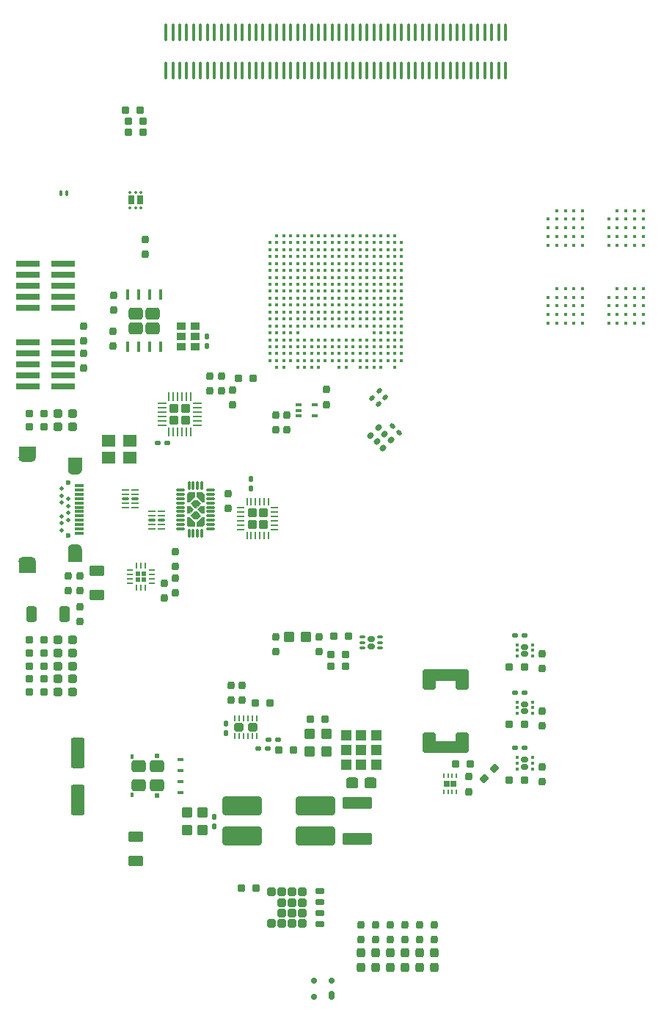
<source format=gtp>
%TF.GenerationSoftware,KiCad,Pcbnew,8.0.3*%
%TF.CreationDate,2024-06-14T08:49:55-07:00*%
%TF.ProjectId,squishy-main,73717569-7368-4792-9d6d-61696e2e6b69,2*%
%TF.SameCoordinates,PXb3c4820PY930e7c0*%
%TF.FileFunction,Paste,Top*%
%TF.FilePolarity,Positive*%
%FSLAX46Y46*%
G04 Gerber Fmt 4.6, Leading zero omitted, Abs format (unit mm)*
G04 Created by KiCad (PCBNEW 8.0.3) date 2024-06-14 08:49:55*
%MOMM*%
%LPD*%
G01*
G04 APERTURE LIST*
G04 Aperture macros list*
%AMRoundRect*
0 Rectangle with rounded corners*
0 $1 Rounding radius*
0 $2 $3 $4 $5 $6 $7 $8 $9 X,Y pos of 4 corners*
0 Add a 4 corners polygon primitive as box body*
4,1,4,$2,$3,$4,$5,$6,$7,$8,$9,$2,$3,0*
0 Add four circle primitives for the rounded corners*
1,1,$1+$1,$2,$3*
1,1,$1+$1,$4,$5*
1,1,$1+$1,$6,$7*
1,1,$1+$1,$8,$9*
0 Add four rect primitives between the rounded corners*
20,1,$1+$1,$2,$3,$4,$5,0*
20,1,$1+$1,$4,$5,$6,$7,0*
20,1,$1+$1,$6,$7,$8,$9,0*
20,1,$1+$1,$8,$9,$2,$3,0*%
G04 Aperture macros list end*
%ADD10C,0.500000*%
%ADD11C,0.100000*%
%ADD12RoundRect,0.250000X-0.275000X-0.275000X0.275000X-0.275000X0.275000X0.275000X-0.275000X0.275000X0*%
%ADD13RoundRect,0.062500X-0.437500X-0.062500X0.437500X-0.062500X0.437500X0.062500X-0.437500X0.062500X0*%
%ADD14RoundRect,0.062500X-0.062500X-0.437500X0.062500X-0.437500X0.062500X0.437500X-0.062500X0.437500X0*%
%ADD15RoundRect,0.050000X0.100000X0.250000X-0.100000X0.250000X-0.100000X-0.250000X0.100000X-0.250000X0*%
%ADD16RoundRect,0.200000X-0.200000X0.250000X-0.200000X-0.250000X0.200000X-0.250000X0.200000X0.250000X0*%
%ADD17RoundRect,0.100000X-0.225000X-0.100000X0.225000X-0.100000X0.225000X0.100000X-0.225000X0.100000X0*%
%ADD18RoundRect,0.145000X0.145000X-0.145000X0.145000X0.145000X-0.145000X0.145000X-0.145000X-0.145000X0*%
%ADD19RoundRect,0.062500X0.062500X-0.275000X0.062500X0.275000X-0.062500X0.275000X-0.062500X-0.275000X0*%
%ADD20RoundRect,0.062500X0.275000X-0.062500X0.275000X0.062500X-0.275000X0.062500X-0.275000X-0.062500X0*%
%ADD21RoundRect,0.250000X0.625000X-0.375000X0.625000X0.375000X-0.625000X0.375000X-0.625000X-0.375000X0*%
%ADD22RoundRect,0.125000X-0.125000X0.175000X-0.125000X-0.175000X0.125000X-0.175000X0.125000X0.175000X0*%
%ADD23RoundRect,0.062500X-0.337500X0.062500X-0.337500X-0.062500X0.337500X-0.062500X0.337500X0.062500X0*%
%ADD24RoundRect,0.087500X-0.312500X0.087500X-0.312500X-0.087500X0.312500X-0.087500X0.312500X0.087500X0*%
%ADD25RoundRect,0.237500X0.237500X-0.287500X0.237500X0.287500X-0.237500X0.287500X-0.237500X-0.287500X0*%
%ADD26RoundRect,0.125000X0.175000X0.125000X-0.175000X0.125000X-0.175000X-0.125000X0.175000X-0.125000X0*%
%ADD27RoundRect,0.250000X0.550000X-1.500000X0.550000X1.500000X-0.550000X1.500000X-0.550000X-1.500000X0*%
%ADD28RoundRect,0.200000X-0.250000X-0.200000X0.250000X-0.200000X0.250000X0.200000X-0.250000X0.200000X0*%
%ADD29RoundRect,0.237500X0.287500X0.237500X-0.287500X0.237500X-0.287500X-0.237500X0.287500X-0.237500X0*%
%ADD30RoundRect,0.250000X-0.625000X0.375000X-0.625000X-0.375000X0.625000X-0.375000X0.625000X0.375000X0*%
%ADD31RoundRect,0.160000X0.245000X0.160000X-0.245000X0.160000X-0.245000X-0.160000X0.245000X-0.160000X0*%
%ADD32RoundRect,0.093750X0.093750X0.106250X-0.093750X0.106250X-0.093750X-0.106250X0.093750X-0.106250X0*%
%ADD33C,0.400000*%
%ADD34R,0.650000X0.750000*%
%ADD35RoundRect,0.062500X0.062500X-0.187500X0.062500X0.187500X-0.062500X0.187500X-0.062500X-0.187500X0*%
%ADD36RoundRect,0.075000X-0.100000X0.075000X-0.100000X-0.075000X0.100000X-0.075000X0.100000X0.075000X0*%
%ADD37RoundRect,0.180000X0.180000X0.345000X-0.180000X0.345000X-0.180000X-0.345000X0.180000X-0.345000X0*%
%ADD38RoundRect,0.075000X-0.425000X-0.075000X0.425000X-0.075000X0.425000X0.075000X-0.425000X0.075000X0*%
%ADD39RoundRect,0.075000X0.075000X-0.425000X0.075000X0.425000X-0.075000X0.425000X-0.075000X-0.425000X0*%
%ADD40RoundRect,0.250600X-0.549400X-0.449400X0.549400X-0.449400X0.549400X0.449400X-0.549400X0.449400X0*%
%ADD41RoundRect,0.250000X-2.000000X0.825000X-2.000000X-0.825000X2.000000X-0.825000X2.000000X0.825000X0*%
%ADD42RoundRect,0.100000X-0.100000X-0.900000X0.100000X-0.900000X0.100000X0.900000X-0.100000X0.900000X0*%
%ADD43RoundRect,0.249999X1.450001X-0.450001X1.450001X0.450001X-1.450001X0.450001X-1.450001X-0.450001X0*%
%ADD44RoundRect,0.250000X0.250000X0.250000X-0.250000X0.250000X-0.250000X-0.250000X0.250000X-0.250000X0*%
%ADD45RoundRect,0.187500X0.312500X0.187500X-0.312500X0.187500X-0.312500X-0.187500X0.312500X-0.187500X0*%
%ADD46RoundRect,0.200000X0.200000X-0.250000X0.200000X0.250000X-0.200000X0.250000X-0.200000X-0.250000X0*%
%ADD47R,1.250000X1.200000*%
%ADD48RoundRect,0.250000X0.450000X0.385000X-0.450000X0.385000X-0.450000X-0.385000X0.450000X-0.385000X0*%
%ADD49RoundRect,0.125000X-0.175000X-0.125000X0.175000X-0.125000X0.175000X0.125000X-0.175000X0.125000X0*%
%ADD50RoundRect,0.087500X-0.462500X0.087500X-0.462500X-0.087500X0.462500X-0.087500X0.462500X0.087500X0*%
%ADD51C,0.600000*%
%ADD52C,0.500000*%
%ADD53O,2.000000X1.000000*%
%ADD54O,1.600000X1.000000*%
%ADD55RoundRect,0.225000X-0.325000X0.225000X-0.325000X-0.225000X0.325000X-0.225000X0.325000X0.225000X0*%
%ADD56RoundRect,0.200000X0.250000X0.200000X-0.250000X0.200000X-0.250000X-0.200000X0.250000X-0.200000X0*%
%ADD57RoundRect,0.249600X-0.350400X-0.650400X0.350400X-0.650400X0.350400X0.650400X-0.350400X0.650400X0*%
%ADD58RoundRect,0.200400X0.399600X0.399600X-0.399600X0.399600X-0.399600X-0.399600X0.399600X-0.399600X0*%
%ADD59RoundRect,0.200000X-1.195000X0.170000X-1.195000X-0.170000X1.195000X-0.170000X1.195000X0.170000X0*%
%ADD60RoundRect,0.125000X0.125000X-0.175000X0.125000X0.175000X-0.125000X0.175000X-0.125000X-0.175000X0*%
%ADD61RoundRect,0.200400X-0.399600X-0.399600X0.399600X-0.399600X0.399600X0.399600X-0.399600X0.399600X0*%
%ADD62RoundRect,0.125000X0.212132X-0.035355X-0.035355X0.212132X-0.212132X0.035355X0.035355X-0.212132X0*%
%ADD63RoundRect,0.175000X0.175000X0.325000X-0.175000X0.325000X-0.175000X-0.325000X0.175000X-0.325000X0*%
%ADD64RoundRect,0.150000X0.200000X0.150000X-0.200000X0.150000X-0.200000X-0.150000X0.200000X-0.150000X0*%
%ADD65RoundRect,0.200000X0.035355X0.318198X-0.318198X-0.035355X-0.035355X-0.318198X0.318198X0.035355X0*%
%ADD66RoundRect,0.125000X-0.035355X-0.212132X0.212132X0.035355X0.035355X0.212132X-0.212132X-0.035355X0*%
%ADD67RoundRect,0.172500X0.232500X0.172500X-0.232500X0.172500X-0.232500X-0.172500X0.232500X-0.172500X0*%
%ADD68RoundRect,0.075000X0.247500X0.075000X-0.247500X0.075000X-0.247500X-0.075000X0.247500X-0.075000X0*%
%ADD69RoundRect,0.062500X0.062500X-0.287500X0.062500X0.287500X-0.062500X0.287500X-0.062500X-0.287500X0*%
%ADD70RoundRect,0.062500X-0.350000X-0.062500X0.350000X-0.062500X0.350000X0.062500X-0.350000X0.062500X0*%
%ADD71RoundRect,0.062500X-0.062500X-0.350000X0.062500X-0.350000X0.062500X0.350000X-0.062500X0.350000X0*%
%ADD72RoundRect,0.200400X0.399600X-0.399600X0.399600X0.399600X-0.399600X0.399600X-0.399600X-0.399600X0*%
%ADD73RoundRect,0.350000X0.472500X0.350000X-0.472500X0.350000X-0.472500X-0.350000X0.472500X-0.350000X0*%
%ADD74RoundRect,0.102500X0.257500X0.102500X-0.257500X0.102500X-0.257500X-0.102500X0.257500X-0.102500X0*%
%ADD75R,0.510000X0.585000*%
%ADD76R,0.410000X0.470000*%
%ADD77RoundRect,0.250000X0.555000X-0.435000X0.555000X0.435000X-0.555000X0.435000X-0.555000X-0.435000X0*%
%ADD78RoundRect,0.100000X0.100000X-0.500000X0.100000X0.500000X-0.100000X0.500000X-0.100000X-0.500000X0*%
%ADD79RoundRect,0.175000X-0.282843X-0.035355X-0.035355X-0.282843X0.282843X0.035355X0.035355X0.282843X0*%
G04 APERTURE END LIST*
D10*
%TO.C,L3*%
X-22400000Y37700000D02*
X-23400000Y37700000D01*
X-23400000Y38750000D01*
X-26200000Y38750000D01*
X-26200000Y37700000D01*
X-27200000Y37700000D01*
X-27200000Y39550000D01*
X-22400000Y39550000D01*
X-22400000Y37700000D01*
G36*
X-22400000Y37700000D02*
G01*
X-23400000Y37700000D01*
X-23400000Y38750000D01*
X-26200000Y38750000D01*
X-26200000Y37700000D01*
X-27200000Y37700000D01*
X-27200000Y39550000D01*
X-22400000Y39550000D01*
X-22400000Y37700000D01*
G37*
X-26200000Y31250000D02*
X-23400000Y31250000D01*
X-23400000Y32300000D01*
X-22400000Y32300000D01*
X-22400000Y30450000D01*
X-27200000Y30450000D01*
X-27200000Y32300000D01*
X-26200000Y32300000D01*
X-26200000Y31250000D01*
G36*
X-26200000Y31250000D02*
G01*
X-23400000Y31250000D01*
X-23400000Y32300000D01*
X-22400000Y32300000D01*
X-22400000Y30450000D01*
X-27200000Y30450000D01*
X-27200000Y32300000D01*
X-26200000Y32300000D01*
X-26200000Y31250000D01*
G37*
D11*
%TO.C,U5*%
X-53940361Y58250001D02*
X-54340361Y57850001D01*
X-54640361Y57850001D01*
X-54640361Y58650001D01*
X-54340361Y58650001D01*
X-53940361Y58250001D01*
G36*
X-53940361Y58250001D02*
G01*
X-54340361Y57850001D01*
X-54640361Y57850001D01*
X-54640361Y58650001D01*
X-54340361Y58650001D01*
X-53940361Y58250001D01*
G37*
X-52740361Y57850001D02*
X-53040361Y57850001D01*
X-53440361Y58250001D01*
X-53040361Y58650001D01*
X-52740361Y58650001D01*
X-52740361Y57850001D01*
G36*
X-52740361Y57850001D02*
G01*
X-53040361Y57850001D01*
X-53440361Y58250001D01*
X-53040361Y58650001D01*
X-52740361Y58650001D01*
X-52740361Y57850001D01*
G37*
X-53140361Y57550001D02*
X-53490361Y57200001D01*
X-53890361Y57200001D01*
X-54240361Y57550001D01*
X-53790361Y58000001D01*
X-53590361Y58000001D01*
X-53140361Y57550001D01*
G36*
X-53140361Y57550001D02*
G01*
X-53490361Y57200001D01*
X-53890361Y57200001D01*
X-54240361Y57550001D01*
X-53790361Y58000001D01*
X-53590361Y58000001D01*
X-53140361Y57550001D01*
G37*
X-53140361Y58950001D02*
X-53590361Y58500001D01*
X-53790361Y58500001D01*
X-54240361Y58950001D01*
X-53890361Y59300001D01*
X-53490361Y59300001D01*
X-53140361Y58950001D01*
G36*
X-53140361Y58950001D02*
G01*
X-53590361Y58500001D01*
X-53790361Y58500001D01*
X-54240361Y58950001D01*
X-53890361Y59300001D01*
X-53490361Y59300001D01*
X-53140361Y58950001D01*
G37*
X-53840361Y59750001D02*
X-54440361Y59150001D01*
X-54640361Y59150001D01*
X-54640361Y60000001D01*
X-54615361Y60100001D01*
X-54540361Y60175001D01*
X-54440361Y60200001D01*
X-53840361Y60200001D01*
X-53840361Y59750001D01*
G36*
X-53840361Y59750001D02*
G01*
X-54440361Y59150001D01*
X-54640361Y59150001D01*
X-54640361Y60000001D01*
X-54615361Y60100001D01*
X-54540361Y60175001D01*
X-54440361Y60200001D01*
X-53840361Y60200001D01*
X-53840361Y59750001D01*
G37*
X-53840361Y56750001D02*
X-53840361Y56300001D01*
X-54440361Y56300001D01*
X-54540361Y56325001D01*
X-54615361Y56400001D01*
X-54640361Y56500001D01*
X-54640361Y57350001D01*
X-54440361Y57350001D01*
X-53840361Y56750001D01*
G36*
X-53840361Y56750001D02*
G01*
X-53840361Y56300001D01*
X-54440361Y56300001D01*
X-54540361Y56325001D01*
X-54615361Y56400001D01*
X-54640361Y56500001D01*
X-54640361Y57350001D01*
X-54440361Y57350001D01*
X-53840361Y56750001D01*
G37*
X-52840361Y60175001D02*
X-52765361Y60100001D01*
X-52740361Y60000001D01*
X-52740361Y59150001D01*
X-52940361Y59150001D01*
X-53540361Y59750001D01*
X-53540361Y60200001D01*
X-52940361Y60200001D01*
X-52840361Y60175001D01*
G36*
X-52840361Y60175001D02*
G01*
X-52765361Y60100001D01*
X-52740361Y60000001D01*
X-52740361Y59150001D01*
X-52940361Y59150001D01*
X-53540361Y59750001D01*
X-53540361Y60200001D01*
X-52940361Y60200001D01*
X-52840361Y60175001D01*
G37*
X-52740361Y56500001D02*
X-52765361Y56400001D01*
X-52840361Y56325001D01*
X-52940361Y56300001D01*
X-53540361Y56300001D01*
X-53540361Y56750001D01*
X-52940361Y57350001D01*
X-52740361Y57350001D01*
X-52740361Y56500001D01*
G36*
X-52740361Y56500001D02*
G01*
X-52765361Y56400001D01*
X-52840361Y56325001D01*
X-52940361Y56300001D01*
X-53540361Y56300001D01*
X-53540361Y56750001D01*
X-52940361Y57350001D01*
X-52740361Y57350001D01*
X-52740361Y56500001D01*
G37*
%TO.C,J3*%
X-72150000Y64250001D02*
X-74050000Y64250001D01*
X-74050000Y65450001D01*
X-72150000Y65450001D01*
X-72150000Y64250001D01*
G36*
X-72150000Y64250001D02*
G01*
X-74050000Y64250001D01*
X-74050000Y65450001D01*
X-72150000Y65450001D01*
X-72150000Y64250001D01*
G37*
X-72150000Y51050001D02*
X-74050000Y51050001D01*
X-74050000Y52250001D01*
X-72150000Y52250001D01*
X-72150000Y51050001D01*
G36*
X-72150000Y51050001D02*
G01*
X-74050000Y51050001D01*
X-74050000Y52250001D01*
X-72150000Y52250001D01*
X-72150000Y51050001D01*
G37*
X-66850000Y62750001D02*
X-68350000Y62750001D01*
X-68350000Y64200001D01*
X-66850000Y64200001D01*
X-66850000Y62750001D01*
G36*
X-66850000Y62750001D02*
G01*
X-68350000Y62750001D01*
X-68350000Y64200001D01*
X-66850000Y64200001D01*
X-66850000Y62750001D01*
G37*
X-66850000Y52300001D02*
X-68350000Y52300001D01*
X-68350000Y53750001D01*
X-66850000Y53750001D01*
X-66850000Y52300001D01*
G36*
X-66850000Y52300001D02*
G01*
X-68350000Y52300001D01*
X-68350000Y53750001D01*
X-66850000Y53750001D01*
X-66850000Y52300001D01*
G37*
%TO.C,U13*%
D10*
X-49000000Y32900000D02*
X-48400000Y32900000D01*
X-48400000Y33400000D01*
X-49000000Y33400000D01*
X-49000000Y32900000D01*
G36*
X-49000000Y32900000D02*
G01*
X-48400000Y32900000D01*
X-48400000Y33400000D01*
X-49000000Y33400000D01*
X-49000000Y32900000D01*
G37*
X-47400000Y32900000D02*
X-46800000Y32900000D01*
X-46800000Y33400000D01*
X-47400000Y33400000D01*
X-47400000Y32900000D01*
G36*
X-47400000Y32900000D02*
G01*
X-46800000Y32900000D01*
X-46800000Y33400000D01*
X-47400000Y33400000D01*
X-47400000Y32900000D01*
G37*
%TD*%
D12*
%TO.C,U11*%
X-56150000Y69850000D03*
X-56150000Y68550000D03*
X-54850000Y69850000D03*
X-54850000Y68550000D03*
D13*
X-57525000Y70450000D03*
X-57525000Y69950000D03*
X-57525000Y69450000D03*
X-57525000Y68950000D03*
X-57525000Y68450000D03*
X-57525000Y67950000D03*
D14*
X-56750000Y67175000D03*
X-56250000Y67175000D03*
X-55750000Y67175000D03*
X-55250000Y67175000D03*
X-54750000Y67175000D03*
X-54250000Y67175000D03*
D13*
X-53475000Y67950000D03*
X-53475000Y68450000D03*
X-53475000Y68950000D03*
X-53475000Y69450000D03*
X-53475000Y69950000D03*
X-53475000Y70450000D03*
D14*
X-54250000Y71225000D03*
X-54750000Y71225000D03*
X-55250000Y71225000D03*
X-55750000Y71225000D03*
X-56250000Y71225000D03*
X-56750000Y71225000D03*
%TD*%
D15*
%TO.C,D17*%
X-68500001Y94700000D03*
X-69199999Y94700000D03*
%TD*%
D16*
%TO.C,R39*%
X-44400000Y69150000D03*
X-44400000Y67450000D03*
%TD*%
D17*
%TO.C,U24*%
X-41800000Y70300000D03*
X-41800000Y69650000D03*
X-41800000Y69000000D03*
X-39900000Y69000000D03*
X-39900000Y70300000D03*
%TD*%
D18*
%TO.C,U10*%
X-60360001Y50140000D03*
X-59640001Y50140000D03*
X-60360001Y50860000D03*
X-59640001Y50860000D03*
D19*
X-60500001Y49237500D03*
X-60000001Y49237500D03*
X-59500001Y49237500D03*
D20*
X-58737501Y49750000D03*
X-58737501Y50250000D03*
X-58737501Y50750000D03*
X-58737501Y51250000D03*
D19*
X-59500001Y51762500D03*
X-60000001Y51762500D03*
X-60500001Y51762500D03*
D20*
X-61262501Y51250000D03*
X-61262501Y50750000D03*
X-61262501Y50250000D03*
X-61262501Y49750000D03*
%TD*%
D16*
%TO.C,R9*%
X-49900000Y60075000D03*
X-49900000Y58375000D03*
%TD*%
D21*
%TO.C,F1*%
X-60600000Y17750000D03*
X-60600000Y20550000D03*
%TD*%
D22*
%TO.C,R30*%
X-47250001Y61750000D03*
X-47250001Y60650000D03*
%TD*%
D23*
%TO.C,U6*%
X-61750000Y60500000D03*
X-61750000Y60000000D03*
D24*
X-61750000Y59500000D03*
D23*
X-61750000Y59000000D03*
X-61750000Y58500000D03*
X-60650000Y58500000D03*
X-60650000Y59000000D03*
D24*
X-60650000Y59500000D03*
D23*
X-60650000Y60000000D03*
X-60650000Y60500000D03*
%TD*%
D25*
%TO.C,D9*%
X-32900002Y5425000D03*
X-32900002Y7175000D03*
%TD*%
D26*
%TO.C,C26*%
X-45350000Y30700000D03*
X-46450000Y30700000D03*
%TD*%
D27*
%TO.C,C94*%
X-67300000Y24800000D03*
X-67300000Y30200000D03*
%TD*%
D28*
%TO.C,C43*%
X-17450000Y27050000D03*
X-15750000Y27050000D03*
%TD*%
D29*
%TO.C,D16*%
X-67825000Y69300000D03*
X-69575000Y69300000D03*
%TD*%
D30*
%TO.C,F2*%
X-65100000Y51150000D03*
X-65100000Y48350000D03*
%TD*%
D16*
%TO.C,R38*%
X-43100000Y69150000D03*
X-43100000Y67450000D03*
%TD*%
%TO.C,R79*%
X-29500000Y10350000D03*
X-29500000Y8650000D03*
%TD*%
D31*
%TO.C,U16*%
X-15700000Y35000000D03*
X-15700000Y35800000D03*
D32*
X-14812500Y34750000D03*
X-14812500Y35400000D03*
X-14812500Y36050000D03*
X-16587500Y36050000D03*
X-16587500Y35400000D03*
X-16587500Y34750000D03*
%TD*%
D33*
%TO.C,U3*%
X-5000001Y92700000D03*
X-4000001Y92700001D03*
X-3000001Y92700000D03*
X-2000001Y92700000D03*
X-6000001Y91700000D03*
X-5000001Y91700000D03*
X-4000001Y91700000D03*
X-3000001Y91700000D03*
X-2000001Y91700000D03*
X-6000002Y90700000D03*
X-5000001Y90700000D03*
X-4000001Y90700000D03*
X-3000001Y90700000D03*
X-2000000Y90700000D03*
X-6000001Y89700000D03*
X-5000001Y89700000D03*
X-4000001Y89700000D03*
X-3000001Y89700000D03*
X-2000001Y89700000D03*
X-6000001Y88700000D03*
X-5000001Y88700000D03*
X-4000001Y88699999D03*
X-3000001Y88700000D03*
X-2000001Y88700000D03*
%TD*%
D31*
%TO.C,U17*%
X-15700000Y28600000D03*
X-15700000Y29400000D03*
D32*
X-14812500Y28350000D03*
X-14812500Y29000000D03*
X-14812500Y29650000D03*
X-16587500Y29650000D03*
X-16587500Y29000000D03*
X-16587500Y28350000D03*
%TD*%
D25*
%TO.C,D10*%
X-29500002Y5425000D03*
X-29500002Y7175000D03*
%TD*%
D34*
%TO.C,U23*%
X-24700000Y26630500D03*
X-23900000Y26630500D03*
D35*
X-25050000Y25680500D03*
X-24550000Y25680500D03*
X-24050000Y25680500D03*
X-23550000Y25680500D03*
X-23550000Y27580500D03*
X-24050000Y27580500D03*
X-24550000Y27580500D03*
X-25050000Y27580500D03*
%TD*%
D16*
%TO.C,R20*%
X-66600000Y79350000D03*
X-66600000Y77650000D03*
%TD*%
D36*
%TO.C,Q7*%
X-59950000Y94775000D03*
X-60600000Y94774999D03*
D37*
X-61090000Y93900000D03*
D36*
X-61250000Y94775000D03*
X-61250000Y93025000D03*
X-60600000Y93025001D03*
X-59950000Y93025000D03*
D37*
X-60110000Y93900000D03*
%TD*%
D29*
%TO.C,D4*%
X-67825000Y40200001D03*
X-69575000Y40200001D03*
%TD*%
%TO.C,D15*%
X-67825000Y67800001D03*
X-69575000Y67800001D03*
%TD*%
D28*
%TO.C,R24*%
X-72850000Y38699999D03*
X-71150000Y38699999D03*
%TD*%
D38*
%TO.C,U5*%
X-55440361Y60500001D03*
X-55440361Y60000001D03*
X-55440361Y59500001D03*
X-55440361Y59000001D03*
X-55440361Y58500001D03*
X-55440361Y58000001D03*
X-55440361Y57500001D03*
X-55440361Y57000001D03*
X-55440361Y56500001D03*
X-55440361Y56000001D03*
D39*
X-54440361Y55500001D03*
X-53940361Y55500001D03*
X-53440361Y55500001D03*
X-52940361Y55500001D03*
D38*
X-51940361Y56000001D03*
X-51940361Y56500001D03*
X-51940361Y57000001D03*
X-51940361Y57500001D03*
X-51940361Y58000001D03*
X-51940361Y58500001D03*
X-51940361Y59000001D03*
X-51940361Y59500001D03*
X-51940361Y60000001D03*
X-51940361Y60500001D03*
D39*
X-52940361Y61000001D03*
X-53440361Y61000001D03*
X-53940361Y61000001D03*
X-54440361Y61000001D03*
%TD*%
D40*
%TO.C,X4*%
X-63700000Y64250000D03*
X-61300000Y64250000D03*
X-61300000Y66150000D03*
X-63700000Y66150000D03*
%TD*%
D28*
%TO.C,R16*%
X-48400000Y14600000D03*
X-46700000Y14600000D03*
%TD*%
D41*
%TO.C,L1*%
X-48300000Y24065001D03*
X-48300000Y20635001D03*
X-39800000Y20635001D03*
X-39800000Y24065001D03*
%TD*%
D42*
%TO.C,J7*%
X-57100000Y113200000D03*
X-57100000Y108800000D03*
X-56300000Y113200000D03*
X-56300000Y108800000D03*
X-55500000Y113200000D03*
X-55500000Y108800000D03*
X-54700000Y113200000D03*
X-54700000Y108800000D03*
X-53900000Y113200000D03*
X-53900000Y108800000D03*
X-53100000Y113200000D03*
X-53100000Y108800000D03*
X-52300000Y113200000D03*
X-52300000Y108800000D03*
X-51500000Y113200000D03*
X-51500000Y108800000D03*
X-50700000Y113200000D03*
X-50700000Y108800000D03*
X-49900000Y113200000D03*
X-49900000Y108800000D03*
X-49100000Y113200000D03*
X-49100000Y108800000D03*
X-48300000Y113200000D03*
X-48300000Y108800000D03*
X-47500000Y113200000D03*
X-47500000Y108800000D03*
X-46700000Y113200000D03*
X-46700000Y108800000D03*
X-45900000Y113200000D03*
X-45900000Y108800000D03*
X-45100000Y113200000D03*
X-45100000Y108800000D03*
X-44300000Y113200000D03*
X-44300000Y108800000D03*
X-43500000Y113200000D03*
X-43500000Y108800000D03*
X-42700000Y113200000D03*
X-42700000Y108800000D03*
X-41900000Y113200000D03*
X-41900000Y108800000D03*
X-41100000Y113200000D03*
X-41100000Y108800000D03*
X-40300000Y113200000D03*
X-40300000Y108800000D03*
X-39500000Y113200000D03*
X-39500000Y108800000D03*
X-38700000Y113200000D03*
X-38700000Y108800000D03*
X-37900000Y113200000D03*
X-37900000Y108800000D03*
X-37100000Y113200000D03*
X-37100000Y108800000D03*
X-36300000Y113200000D03*
X-36300000Y108800000D03*
X-35500000Y113200000D03*
X-35500000Y108800000D03*
X-34700000Y113200000D03*
X-34700000Y108800000D03*
X-33900000Y113200000D03*
X-33900000Y108800000D03*
X-33100000Y113200000D03*
X-33100000Y108800000D03*
X-32300000Y113200000D03*
X-32300000Y108800000D03*
X-31500000Y113200000D03*
X-31500000Y108800000D03*
X-30700000Y113200000D03*
X-30700000Y108800000D03*
X-29900000Y113200000D03*
X-29900000Y108800000D03*
X-29100000Y113200000D03*
X-29100000Y108800000D03*
X-28300000Y113200000D03*
X-28300000Y108800000D03*
X-27500000Y113200000D03*
X-27500000Y108800000D03*
X-26700000Y113200000D03*
X-26700000Y108800000D03*
X-25900000Y113200000D03*
X-25900000Y108800000D03*
X-25100000Y113200000D03*
X-25100000Y108800000D03*
X-24300000Y113200000D03*
X-24300000Y108800000D03*
X-23500000Y113200000D03*
X-23500000Y108800000D03*
X-22700000Y113200000D03*
X-22700000Y108800000D03*
X-21900000Y113200000D03*
X-21900000Y108800000D03*
X-21100000Y113200000D03*
X-21100000Y108800000D03*
X-20300000Y113200000D03*
X-20300000Y108800000D03*
X-19500000Y113200000D03*
X-19500000Y108800000D03*
X-18700000Y113200000D03*
X-18700000Y108800000D03*
X-17900000Y113200000D03*
X-17900000Y108800000D03*
%TD*%
D28*
%TO.C,R74*%
X-48750000Y73400000D03*
X-47050000Y73400000D03*
%TD*%
%TO.C,R27*%
X-72850000Y43200000D03*
X-71150000Y43200000D03*
%TD*%
D16*
%TO.C,R4*%
X-49600000Y37950000D03*
X-49600000Y36250000D03*
%TD*%
%TO.C,C48*%
X-44400000Y43550000D03*
X-44400000Y41850000D03*
%TD*%
%TO.C,C87*%
X-13700001Y41600000D03*
X-13700001Y39900000D03*
%TD*%
D43*
%TO.C,C28*%
X-35050000Y20300001D03*
X-35050000Y24400001D03*
%TD*%
D44*
%TO.C,Q1*%
X-41350000Y10550000D03*
X-41350000Y11750000D03*
X-41350000Y12950000D03*
X-41350000Y14150000D03*
X-42550000Y10550000D03*
X-42550000Y11750000D03*
X-42550000Y12950000D03*
X-42550000Y14150000D03*
X-43750000Y10550000D03*
X-43750000Y11750000D03*
X-43750000Y12950000D03*
X-43750000Y14150000D03*
X-44950000Y10550000D03*
X-44950000Y14150000D03*
D45*
X-39302750Y14255000D03*
X-39302750Y10445000D03*
X-39302750Y11715000D03*
X-39302750Y12985000D03*
%TD*%
D46*
%TO.C,R8*%
X-67000000Y48900000D03*
X-67000000Y50600000D03*
%TD*%
D47*
%TO.C,D1*%
X-32850000Y28849999D03*
X-32850000Y30539999D03*
X-32850000Y32199999D03*
X-34550000Y28849999D03*
X-34550000Y30539999D03*
X-34550000Y32199999D03*
X-36250000Y28849999D03*
X-36250000Y30539999D03*
X-36250000Y32199999D03*
D48*
X-33510000Y26734999D03*
X-35590000Y26734999D03*
%TD*%
D16*
%TO.C,R71*%
X-63200000Y78750000D03*
X-63200000Y77050000D03*
%TD*%
D49*
%TO.C,C44*%
X-16850000Y30750000D03*
X-15750000Y30750000D03*
%TD*%
D50*
%TO.C,J3*%
X-67100000Y61000001D03*
X-67100000Y60500001D03*
X-67100000Y60000001D03*
X-67100000Y59500001D03*
X-67100000Y59000001D03*
X-67100000Y58500001D03*
X-67100000Y58000001D03*
X-67100000Y57500001D03*
X-67100000Y57000001D03*
X-67100000Y56500001D03*
X-67100000Y56000001D03*
X-67100000Y55500001D03*
D51*
X-68400000Y55200001D03*
D52*
X-69100000Y55850001D03*
X-69100000Y56650001D03*
X-68400000Y57050001D03*
X-69100000Y57450001D03*
X-68400000Y57850001D03*
X-68400000Y58650001D03*
X-69100000Y59050001D03*
X-68400000Y59450001D03*
X-69100000Y59850001D03*
X-69100000Y60650001D03*
D51*
X-68400000Y61300001D03*
D53*
X-73100000Y64250001D03*
D54*
X-67600000Y62750001D03*
X-67600000Y53750001D03*
D53*
X-73100000Y52250001D03*
%TD*%
D55*
%TO.C,X1*%
X-55300000Y79400001D03*
X-55299999Y78200000D03*
X-55300000Y76999999D03*
X-53700000Y76999999D03*
X-53700001Y78200000D03*
X-53700000Y79400001D03*
%TD*%
D56*
%TO.C,R15*%
X-42350000Y30550000D03*
X-44050000Y30550000D03*
%TD*%
D57*
%TO.C,SW2*%
X-72600000Y46200000D03*
X-68800000Y46200000D03*
%TD*%
D25*
%TO.C,D8*%
X-34600003Y5424997D03*
X-34600003Y7174997D03*
%TD*%
D33*
%TO.C,U15*%
X-5000001Y83700000D03*
X-4000001Y83700001D03*
X-3000001Y83700000D03*
X-2000001Y83700000D03*
X-6000001Y82700000D03*
X-5000001Y82700000D03*
X-4000001Y82700000D03*
X-3000001Y82700000D03*
X-2000001Y82700000D03*
X-6000002Y81700000D03*
X-5000001Y81700000D03*
X-4000001Y81700000D03*
X-3000001Y81700000D03*
X-2000000Y81700000D03*
X-6000001Y80700000D03*
X-5000001Y80700000D03*
X-4000001Y80700000D03*
X-3000001Y80700000D03*
X-2000001Y80700000D03*
X-6000001Y79700000D03*
X-5000001Y79700000D03*
X-4000001Y79699999D03*
X-3000001Y79700000D03*
X-2000001Y79700000D03*
%TD*%
D58*
%TO.C,FB2*%
X-40900001Y43549999D03*
X-42900001Y43549999D03*
%TD*%
D59*
%TO.C,J4*%
X-73035000Y77540000D03*
X-68965000Y77540000D03*
X-73035000Y76270000D03*
X-68965000Y76270000D03*
X-73035000Y75000000D03*
X-68965000Y75000000D03*
X-73035000Y73730000D03*
X-68965000Y73730000D03*
X-73035000Y72460000D03*
X-68965000Y72460000D03*
%TD*%
D23*
%TO.C,U8*%
X-58690361Y58000000D03*
X-58690361Y57500000D03*
D24*
X-58690361Y57000000D03*
D23*
X-58690361Y56500000D03*
X-58690361Y56000000D03*
X-57590361Y56000000D03*
X-57590361Y56500000D03*
D24*
X-57590361Y57000000D03*
D23*
X-57590361Y57500000D03*
X-57590361Y58000000D03*
%TD*%
D60*
%TO.C,R13*%
X-52400000Y77050000D03*
X-52400000Y78150000D03*
%TD*%
D16*
%TO.C,C89*%
X-39400000Y43550000D03*
X-39400000Y41850000D03*
%TD*%
D61*
%TO.C,C29*%
X-40550000Y30349999D03*
X-38550000Y30349999D03*
%TD*%
D28*
%TO.C,R23*%
X-72850000Y37200000D03*
X-71150000Y37200000D03*
%TD*%
%TO.C,R7*%
X-72850000Y67800001D03*
X-71150000Y67800001D03*
%TD*%
D16*
%TO.C,R22*%
X-56000000Y53400000D03*
X-56000000Y51700000D03*
%TD*%
D25*
%TO.C,D11*%
X-31200000Y5425000D03*
X-31200000Y7175000D03*
%TD*%
D16*
%TO.C,R54*%
X-67000000Y47050000D03*
X-67000000Y45350000D03*
%TD*%
%TO.C,C42*%
X-13700000Y35000000D03*
X-13700000Y33300000D03*
%TD*%
D28*
%TO.C,R18*%
X-46800000Y35900000D03*
X-45100000Y35900000D03*
%TD*%
D46*
%TO.C,R19*%
X-66600000Y74550000D03*
X-66600000Y76250000D03*
%TD*%
D56*
%TO.C,R57*%
X-21949998Y28930500D03*
X-23649998Y28930500D03*
%TD*%
D16*
%TO.C,R80*%
X-27800000Y10350000D03*
X-27800000Y8650000D03*
%TD*%
D26*
%TO.C,C38*%
X-44150000Y31700000D03*
X-45250000Y31700000D03*
%TD*%
D16*
%TO.C,C45*%
X-13700000Y28600000D03*
X-13700000Y26900000D03*
%TD*%
D28*
%TO.C,C40*%
X-17450000Y33450000D03*
X-15750000Y33450000D03*
%TD*%
D62*
%TO.C,R11*%
X-30211091Y67111091D03*
X-30988909Y67888909D03*
%TD*%
D63*
%TO.C,U4*%
X-38000000Y2250000D03*
D64*
X-38000000Y3950000D03*
X-40000000Y3950000D03*
X-40000000Y2050000D03*
%TD*%
D46*
%TO.C,R60*%
X-59500000Y87650000D03*
X-59500000Y89350000D03*
%TD*%
%TO.C,C8*%
X-68350000Y48900000D03*
X-68350000Y50600000D03*
%TD*%
D65*
%TO.C,C101*%
X-19198959Y28401041D03*
X-20401041Y27198959D03*
%TD*%
D56*
%TO.C,C99*%
X-59750000Y101700000D03*
X-61450000Y101700000D03*
%TD*%
D49*
%TO.C,C86*%
X-16850000Y43750000D03*
X-15750000Y43750000D03*
%TD*%
D29*
%TO.C,D2*%
X-67825000Y37200000D03*
X-69575000Y37200000D03*
%TD*%
D66*
%TO.C,C10*%
X-32581802Y70403984D03*
X-31803984Y71181802D03*
%TD*%
%TO.C,C9*%
X-33288909Y71111091D03*
X-32511091Y71888909D03*
%TD*%
D46*
%TO.C,C47*%
X-38600000Y70350000D03*
X-38600000Y72050000D03*
%TD*%
D16*
%TO.C,R34*%
X-32900000Y10350000D03*
X-32900000Y8650000D03*
%TD*%
D28*
%TO.C,R25*%
X-72850000Y40200001D03*
X-71150000Y40200001D03*
%TD*%
%TO.C,C39*%
X-17450000Y40050000D03*
X-15750000Y40050000D03*
%TD*%
D67*
%TO.C,U21*%
X-33427500Y42475000D03*
X-33427500Y43325000D03*
D68*
X-32400000Y42250000D03*
X-32400000Y42900000D03*
X-32400000Y43550000D03*
X-34455000Y43550000D03*
X-34455000Y42900000D03*
X-34455000Y42250000D03*
%TD*%
D46*
%TO.C,R45*%
X-57300000Y48050000D03*
X-57300000Y49750000D03*
%TD*%
D29*
%TO.C,D6*%
X-67825000Y43200000D03*
X-69575000Y43200000D03*
%TD*%
D25*
%TO.C,D12*%
X-27800000Y5425000D03*
X-27800000Y7175000D03*
%TD*%
D69*
%TO.C,U13*%
X-49150000Y32100000D03*
X-48650000Y32100000D03*
X-48150000Y32100000D03*
X-47650000Y32100000D03*
X-47150000Y32100000D03*
X-46650000Y32100000D03*
X-46650000Y34200000D03*
X-47150000Y34200000D03*
X-47650000Y34200000D03*
X-48150000Y34200000D03*
X-48650000Y34200000D03*
X-49150000Y34200000D03*
%TD*%
D16*
%TO.C,C25*%
X-48300000Y37950000D03*
X-48300000Y36250000D03*
%TD*%
D33*
%TO.C,U2*%
X-12000000Y92700000D03*
X-11000000Y92700001D03*
X-10000000Y92700000D03*
X-9000000Y92700000D03*
X-13000000Y91700000D03*
X-12000000Y91700000D03*
X-11000000Y91700000D03*
X-10000000Y91700000D03*
X-9000000Y91700000D03*
X-13000001Y90700000D03*
X-12000000Y90700000D03*
X-11000000Y90700000D03*
X-10000000Y90700000D03*
X-8999999Y90700000D03*
X-13000000Y89700000D03*
X-12000000Y89700000D03*
X-11000000Y89700000D03*
X-10000000Y89700000D03*
X-9000000Y89700000D03*
X-13000000Y88700000D03*
X-12000000Y88700000D03*
X-11000000Y88699999D03*
X-10000000Y88700000D03*
X-9000000Y88700000D03*
%TD*%
D46*
%TO.C,R44*%
X-56000000Y48600000D03*
X-56000000Y50300000D03*
%TD*%
D12*
%TO.C,U9*%
X-47150000Y57837501D03*
X-47150000Y56537501D03*
X-45850000Y57837501D03*
X-45850000Y56537501D03*
D70*
X-48437500Y58437501D03*
X-48437500Y57937501D03*
X-48437500Y57437501D03*
X-48437500Y56937501D03*
X-48437500Y56437501D03*
X-48437500Y55937501D03*
D71*
X-47750000Y55250001D03*
X-47250000Y55250001D03*
X-46750000Y55250001D03*
X-46250000Y55250001D03*
X-45750000Y55250001D03*
X-45250000Y55250001D03*
D70*
X-44562500Y55937501D03*
X-44562500Y56437501D03*
X-44562500Y56937501D03*
X-44562500Y57437501D03*
X-44562500Y57937501D03*
X-44562500Y58437501D03*
D71*
X-45250000Y59125001D03*
X-45750000Y59125001D03*
X-46250000Y59125001D03*
X-46750000Y59125001D03*
X-47250000Y59125001D03*
X-47750000Y59125001D03*
%TD*%
D29*
%TO.C,D5*%
X-67825000Y41700000D03*
X-69575000Y41700000D03*
%TD*%
D46*
%TO.C,C21*%
X-52000000Y71950000D03*
X-52000000Y73650000D03*
%TD*%
D56*
%TO.C,L2*%
X-36050000Y43600000D03*
X-37750000Y43600000D03*
%TD*%
D33*
%TO.C,U14*%
X-12000000Y83700000D03*
X-11000000Y83700001D03*
X-10000000Y83700000D03*
X-9000000Y83700000D03*
X-13000000Y82700000D03*
X-12000000Y82700000D03*
X-11000000Y82700000D03*
X-10000000Y82700000D03*
X-9000000Y82700000D03*
X-13000001Y81700000D03*
X-12000000Y81700000D03*
X-11000000Y81700000D03*
X-10000000Y81700000D03*
X-8999999Y81700000D03*
X-13000000Y80700000D03*
X-12000000Y80700000D03*
X-11000000Y80700000D03*
X-10000000Y80700000D03*
X-9000000Y80700000D03*
X-13000000Y79700000D03*
X-12000000Y79700000D03*
X-11000000Y79699999D03*
X-10000000Y79700000D03*
X-9000000Y79700000D03*
%TD*%
D28*
%TO.C,R33*%
X-38050000Y41500001D03*
X-36350000Y41500001D03*
%TD*%
%TO.C,C30*%
X-40400000Y34100000D03*
X-38700000Y34100000D03*
%TD*%
D25*
%TO.C,D7*%
X-26100000Y5425001D03*
X-26100000Y7175001D03*
%TD*%
D56*
%TO.C,R59*%
X-60050000Y104300000D03*
X-61750000Y104300000D03*
%TD*%
D59*
%TO.C,J8*%
X-73035000Y86540000D03*
X-68965000Y86540000D03*
X-73035000Y85270000D03*
X-68965000Y85270000D03*
X-73035000Y84000000D03*
X-68965000Y84000000D03*
X-73035000Y82730000D03*
X-68965000Y82730000D03*
X-73035000Y81460000D03*
X-68965000Y81460000D03*
%TD*%
D72*
%TO.C,C33*%
X-54650000Y21300000D03*
X-54650000Y23300000D03*
%TD*%
D33*
%TO.C,U1*%
X-44300000Y89800000D03*
X-43500000Y89800000D03*
X-42700000Y89800000D03*
X-41900000Y89800000D03*
X-41100000Y89800000D03*
X-40300000Y89800000D03*
X-39500000Y89800000D03*
X-38700000Y89800000D03*
X-37900000Y89800000D03*
X-37100000Y89800000D03*
X-36300000Y89800000D03*
X-35500000Y89800000D03*
X-34700000Y89800000D03*
X-33900000Y89800000D03*
X-33100000Y89800000D03*
X-32300000Y89800000D03*
X-31500000Y89800000D03*
X-30700000Y89800000D03*
X-45100000Y89000000D03*
X-44300000Y89000000D03*
X-43500000Y89000000D03*
X-42700000Y89000000D03*
X-41900000Y89000000D03*
X-41100000Y89000000D03*
X-40300000Y89000000D03*
X-39500000Y89000000D03*
X-38700000Y89000000D03*
X-37900000Y89000000D03*
X-37100000Y89000000D03*
X-36300000Y89000000D03*
X-35500000Y89000000D03*
X-34700000Y89000000D03*
X-33900000Y89000000D03*
X-33100000Y89000000D03*
X-32300000Y89000000D03*
X-31500000Y89000000D03*
X-30700000Y89000000D03*
X-29900000Y89000000D03*
X-45100000Y88200000D03*
X-44300000Y88200000D03*
X-43500000Y88200000D03*
X-42700000Y88200000D03*
X-41900000Y88200000D03*
X-41100000Y88200000D03*
X-40300000Y88200000D03*
X-39500000Y88200000D03*
X-38700000Y88200000D03*
X-37900000Y88200000D03*
X-37100000Y88200000D03*
X-36300000Y88200000D03*
X-35500000Y88200000D03*
X-34700000Y88200000D03*
X-33900000Y88200000D03*
X-33100000Y88200000D03*
X-32300000Y88200000D03*
X-31500000Y88200000D03*
X-30700000Y88200000D03*
X-29900000Y88200000D03*
X-45100000Y87400000D03*
X-44300000Y87400000D03*
X-43500000Y87400000D03*
X-42700000Y87400000D03*
X-41900000Y87400000D03*
X-41100000Y87400000D03*
X-40300000Y87400000D03*
X-39500000Y87400000D03*
X-38700000Y87400000D03*
X-37900000Y87400000D03*
X-37100000Y87400000D03*
X-36300000Y87400000D03*
X-35500000Y87400000D03*
X-34700000Y87400000D03*
X-33900000Y87400000D03*
X-33100000Y87400000D03*
X-32300000Y87400000D03*
X-31500000Y87400000D03*
X-30700000Y87400000D03*
X-29900000Y87400000D03*
X-45100000Y86600000D03*
X-44300000Y86600000D03*
X-43500000Y86600000D03*
X-42700000Y86600000D03*
X-41900000Y86600000D03*
X-41100000Y86600000D03*
X-40300000Y86600000D03*
X-39500000Y86600000D03*
X-38700000Y86600000D03*
X-37900000Y86600000D03*
X-37100000Y86600000D03*
X-36300000Y86600000D03*
X-35500000Y86600000D03*
X-34700000Y86600000D03*
X-33900000Y86600000D03*
X-33100000Y86600000D03*
X-32300000Y86600000D03*
X-31500000Y86600000D03*
X-30700000Y86600000D03*
X-29900000Y86600000D03*
X-45100000Y85800000D03*
X-44300000Y85800000D03*
X-43500000Y85800000D03*
X-42700000Y85800000D03*
X-41900000Y85800000D03*
X-41100000Y85800000D03*
X-40300000Y85800000D03*
X-39500000Y85800000D03*
X-38700000Y85800000D03*
X-37900000Y85800000D03*
X-37100000Y85800000D03*
X-36300000Y85800000D03*
X-35500000Y85800000D03*
X-34700000Y85800000D03*
X-33900000Y85800000D03*
X-33100000Y85800000D03*
X-32300000Y85800000D03*
X-31500000Y85800000D03*
X-30700000Y85800000D03*
X-29900000Y85800000D03*
X-45100000Y85000000D03*
X-44300000Y85000000D03*
X-43500000Y85000000D03*
X-42700000Y85000000D03*
X-41900000Y85000000D03*
X-41100000Y85000000D03*
X-40300000Y85000000D03*
X-39500000Y85000000D03*
X-38700000Y85000000D03*
X-37900000Y85000000D03*
X-37100000Y85000000D03*
X-36300000Y85000000D03*
X-35500000Y85000000D03*
X-34700000Y85000000D03*
X-33900000Y85000000D03*
X-33100000Y85000000D03*
X-32300000Y85000000D03*
X-31500000Y85000000D03*
X-30700000Y85000000D03*
X-29900000Y85000000D03*
X-45100000Y84200000D03*
X-44300000Y84200000D03*
X-43500000Y84200000D03*
X-42700000Y84200000D03*
X-41900000Y84200000D03*
X-41100000Y84200000D03*
X-40300000Y84200000D03*
X-39500000Y84200000D03*
X-38700000Y84200000D03*
X-37900000Y84200000D03*
X-37100000Y84200000D03*
X-36300000Y84200000D03*
X-35500000Y84200000D03*
X-34700000Y84200000D03*
X-33900000Y84200000D03*
X-33100000Y84200000D03*
X-32300000Y84200000D03*
X-31500000Y84200000D03*
X-30700000Y84200000D03*
X-29900000Y84200000D03*
X-45100000Y83400000D03*
X-44300000Y83400000D03*
X-43500000Y83400000D03*
X-42700000Y83400000D03*
X-41900000Y83400000D03*
X-41100000Y83400000D03*
X-40300000Y83400000D03*
X-39500000Y83400000D03*
X-38700000Y83400000D03*
X-37900000Y83400000D03*
X-37100000Y83400000D03*
X-36300000Y83400000D03*
X-35500000Y83400000D03*
X-34700000Y83400000D03*
X-33900000Y83400000D03*
X-33100000Y83400000D03*
X-32300000Y83400000D03*
X-31500000Y83400000D03*
X-30700000Y83400000D03*
X-29900000Y83400000D03*
X-45100000Y82600000D03*
X-44300000Y82600000D03*
X-43500000Y82600000D03*
X-42700000Y82600000D03*
X-41900000Y82600000D03*
X-41100000Y82600000D03*
X-40300000Y82600000D03*
X-39500000Y82600000D03*
X-38700000Y82600000D03*
X-37900000Y82600000D03*
X-37100000Y82600000D03*
X-36300000Y82600000D03*
X-35500000Y82600000D03*
X-34700000Y82600000D03*
X-33900000Y82600000D03*
X-33100000Y82600000D03*
X-32300000Y82600000D03*
X-31500000Y82600000D03*
X-30700000Y82600000D03*
X-29900000Y82600000D03*
X-45100000Y81800000D03*
X-44300000Y81800000D03*
X-43500000Y81800000D03*
X-42700000Y81800000D03*
X-41900000Y81800000D03*
X-41100000Y81800000D03*
X-40300000Y81800000D03*
X-39500000Y81800000D03*
X-38700000Y81800000D03*
X-37900000Y81800000D03*
X-37100000Y81800000D03*
X-36300000Y81800000D03*
X-35500000Y81800000D03*
X-34700000Y81800000D03*
X-33900000Y81800000D03*
X-33100000Y81800000D03*
X-32300000Y81800000D03*
X-31500000Y81800000D03*
X-30700000Y81800000D03*
X-29900000Y81800000D03*
X-45100000Y81000000D03*
X-44300000Y81000000D03*
X-43500000Y81000000D03*
X-42700000Y81000000D03*
X-41900000Y81000000D03*
X-41100000Y81000000D03*
X-40300000Y81000000D03*
X-39500000Y81000000D03*
X-38700000Y81000000D03*
X-37900000Y81000000D03*
X-37100000Y81000000D03*
X-36300000Y81000000D03*
X-35500000Y81000000D03*
X-34700000Y81000000D03*
X-33900000Y81000000D03*
X-33100000Y81000000D03*
X-32300000Y81000000D03*
X-31500000Y81000000D03*
X-30700000Y81000000D03*
X-29900000Y81000000D03*
X-45100000Y80200000D03*
X-44300000Y80200000D03*
X-43500000Y80200000D03*
X-42700000Y80200000D03*
X-41900000Y80200000D03*
X-41100000Y80200000D03*
X-40300000Y80200000D03*
X-39500000Y80200000D03*
X-38700000Y80200000D03*
X-37900000Y80200000D03*
X-37100000Y80200000D03*
X-36300000Y80200000D03*
X-35500000Y80200000D03*
X-34700000Y80200000D03*
X-33900000Y80200000D03*
X-33100000Y80200000D03*
X-32300000Y80200000D03*
X-31500000Y80200000D03*
X-30700000Y80200000D03*
X-29900000Y80200000D03*
X-45100000Y79400000D03*
X-44300000Y79400000D03*
X-43500000Y79400000D03*
X-42700000Y79400000D03*
X-41900000Y79400000D03*
X-41100000Y79400000D03*
X-40300000Y79400000D03*
X-39500000Y79400000D03*
X-38700000Y79400000D03*
X-37900000Y79400000D03*
X-37100000Y79400000D03*
X-36300000Y79400000D03*
X-35500000Y79400000D03*
X-34700000Y79400000D03*
X-33900000Y79400000D03*
X-33100000Y79400000D03*
X-32300000Y79400000D03*
X-31500000Y79400000D03*
X-30700000Y79400000D03*
X-29900000Y79400000D03*
X-45100000Y78600000D03*
X-44300000Y78600000D03*
X-43500000Y78600000D03*
X-42700000Y78600000D03*
X-41900000Y78600000D03*
X-33100000Y78600000D03*
X-32300000Y78600000D03*
X-31500000Y78600000D03*
X-30700000Y78600000D03*
X-29900000Y78600000D03*
X-45100000Y77800000D03*
X-44300000Y77800000D03*
X-43500000Y77800000D03*
X-42700000Y77800000D03*
X-41900000Y77800000D03*
X-41100000Y77800000D03*
X-40300000Y77800000D03*
X-39500000Y77800000D03*
X-38700000Y77800000D03*
X-37900000Y77800000D03*
X-37100000Y77800000D03*
X-36300000Y77800000D03*
X-35500000Y77800000D03*
X-34700000Y77800000D03*
X-33900000Y77800000D03*
X-33100000Y77800000D03*
X-32300000Y77800000D03*
X-31500000Y77800000D03*
X-30700000Y77800000D03*
X-29900000Y77800000D03*
X-45100000Y77000000D03*
X-44300000Y77000000D03*
X-43500000Y77000000D03*
X-42700000Y77000000D03*
X-41900000Y77000000D03*
X-41100000Y77000000D03*
X-40300000Y77000000D03*
X-39500000Y77000000D03*
X-38700000Y77000000D03*
X-37900000Y77000000D03*
X-37100000Y77000000D03*
X-36300000Y77000000D03*
X-35500000Y77000000D03*
X-34700000Y77000000D03*
X-33900000Y77000000D03*
X-33100000Y77000000D03*
X-32300000Y77000000D03*
X-31500000Y77000000D03*
X-30700000Y77000000D03*
X-29900000Y77000000D03*
X-45100000Y76200000D03*
X-44300000Y76200000D03*
X-43500000Y76200000D03*
X-42700000Y76200000D03*
X-41900000Y76200000D03*
X-41100000Y76200000D03*
X-40300000Y76200000D03*
X-39500000Y76200000D03*
X-38700000Y76200000D03*
X-37900000Y76200000D03*
X-37100000Y76200000D03*
X-36300000Y76200000D03*
X-35500000Y76200000D03*
X-34700000Y76200000D03*
X-33900000Y76200000D03*
X-33100000Y76200000D03*
X-32300000Y76200000D03*
X-31500000Y76200000D03*
X-30700000Y76200000D03*
X-29900000Y76200000D03*
X-45100000Y75400000D03*
X-44300000Y75400000D03*
X-43500000Y75400000D03*
X-42700000Y75400000D03*
X-41900000Y75400000D03*
X-41100000Y75400000D03*
X-40300000Y75400000D03*
X-39500000Y75400000D03*
X-38700000Y75400000D03*
X-37900000Y75400000D03*
X-37100000Y75400000D03*
X-36300000Y75400000D03*
X-35500000Y75400000D03*
X-34700000Y75400000D03*
X-33900000Y75400000D03*
X-33100000Y75400000D03*
X-32300000Y75400000D03*
X-31500000Y75400000D03*
X-30700000Y75400000D03*
X-29900000Y75400000D03*
X-44300000Y74600000D03*
X-43500000Y74600000D03*
X-41900000Y74600000D03*
X-41100000Y74600000D03*
X-40300000Y74600000D03*
X-39500000Y74600000D03*
X-37100000Y74600000D03*
X-36300000Y74600000D03*
X-34700000Y74600000D03*
X-33900000Y74600000D03*
X-33100000Y74600000D03*
X-32300000Y74600000D03*
X-30700000Y74600000D03*
%TD*%
D56*
%TO.C,C98*%
X-59750000Y103000000D03*
X-61450000Y103000000D03*
%TD*%
D28*
%TO.C,R21*%
X-72850000Y69300000D03*
X-71150000Y69300000D03*
%TD*%
D16*
%TO.C,C23*%
X-63100000Y82950000D03*
X-63100000Y81250000D03*
%TD*%
D29*
%TO.C,D3*%
X-67825000Y38699999D03*
X-69575000Y38699999D03*
%TD*%
D16*
%TO.C,R78*%
X-31200000Y10350000D03*
X-31200000Y8650000D03*
%TD*%
D31*
%TO.C,U20*%
X-15700000Y41600000D03*
X-15700000Y42400000D03*
D32*
X-14812500Y41350000D03*
X-14812500Y42000000D03*
X-14812500Y42650000D03*
X-16587500Y42650000D03*
X-16587500Y42000000D03*
X-16587500Y41350000D03*
%TD*%
D61*
%TO.C,C32*%
X-40550000Y32350000D03*
X-38550000Y32350000D03*
%TD*%
D16*
%TO.C,R31*%
X-26100002Y10350000D03*
X-26100002Y8650000D03*
%TD*%
D60*
%TO.C,C31*%
X-51550000Y21750000D03*
X-51550000Y22850000D03*
%TD*%
D73*
%TO.C,Q10*%
X-58155000Y28635000D03*
X-58165000Y26435000D03*
X-60265000Y26435000D03*
X-60265000Y28635000D03*
D74*
X-55450000Y25630000D03*
X-55450000Y26900000D03*
X-55450000Y28170000D03*
X-55450000Y29440000D03*
D75*
X-58165000Y29807500D03*
D76*
X-61035000Y29750000D03*
D75*
X-58165000Y25262500D03*
D76*
X-61035000Y25320000D03*
%TD*%
D28*
%TO.C,C90*%
X-38050000Y40200000D03*
X-36350000Y40200000D03*
%TD*%
D16*
%TO.C,R12*%
X-50700000Y73650000D03*
X-50700000Y71950000D03*
%TD*%
D46*
%TO.C,R55*%
X-22150000Y25730499D03*
X-22150000Y27430499D03*
%TD*%
D49*
%TO.C,R29*%
X-58050000Y65900000D03*
X-56950000Y65900000D03*
%TD*%
D77*
%TO.C,U12*%
X-60600000Y79150000D03*
X-58600000Y79150000D03*
X-60600000Y80850000D03*
X-58600000Y80850000D03*
D78*
X-61505000Y77000000D03*
X-60235000Y77000000D03*
X-58965000Y77000000D03*
X-57695000Y77000000D03*
X-57695000Y83000000D03*
X-58965000Y83000000D03*
X-60235000Y83000000D03*
X-61505000Y83000000D03*
%TD*%
D16*
%TO.C,R42*%
X-34600003Y10350000D03*
X-34600003Y8650000D03*
%TD*%
D79*
%TO.C,X3*%
X-33449049Y66765165D03*
X-32741942Y66058058D03*
X-32034835Y65350951D03*
X-31150951Y66234835D03*
X-31858058Y66941942D03*
X-32565165Y67649049D03*
%TD*%
D28*
%TO.C,R26*%
X-72850000Y41700000D03*
X-71150000Y41700000D03*
%TD*%
D16*
%TO.C,R5*%
X-49400000Y72000000D03*
X-49400000Y70300000D03*
%TD*%
D60*
%TO.C,R2*%
X-50200000Y32449999D03*
X-50200000Y33549999D03*
%TD*%
D49*
%TO.C,C41*%
X-16850000Y37150000D03*
X-15750000Y37150000D03*
%TD*%
D72*
%TO.C,C27*%
X-52900000Y21300000D03*
X-52900000Y23300000D03*
%TD*%
M02*

</source>
